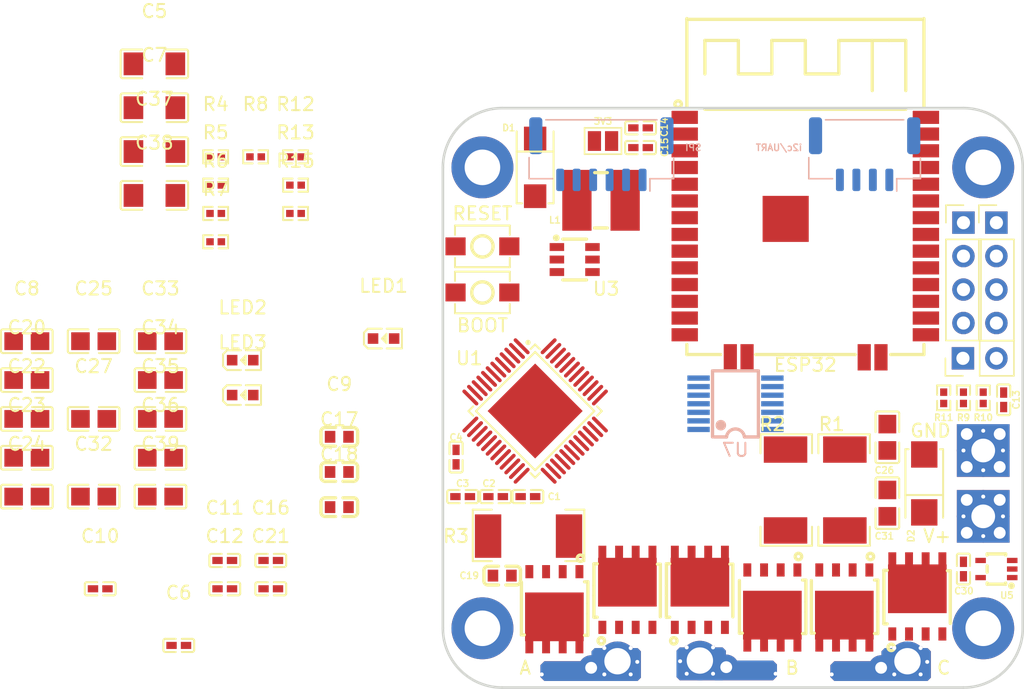
<source format=kicad_pcb>
(kicad_pcb (version 20240108) (generator "pcbnew") (generator_version "8.0")
  (layers (0 "F.Cu" signal) (31 "B.Cu" signal) (34 "B.Paste" user) (35 "F.Paste" user) (36 "B.SilkS" user "B.Silkscreen") (37 "F.SilkS" user "F.Silkscreen") (38 "B.Mask" user) (39 "F.Mask" user) (44 "Edge.Cuts" user))
  (net 0 "")
  (net 1 "/SLA")
  (net 2 "GND")
  (net 3 "/SLB")
  (net 4 "/SLC")
  (net 5 "Net-(U1-AVDD)")
  (net 6 "VCC")
  (net 7 "Net-(U1-VCP_LSD)")
  (net 8 "Net-(U1-VCPH)")
  (net 9 "Net-(U1-CP2H)")
  (net 10 "Net-(U1-CP2L)")
  (net 11 "Net-(U1-CP1L)")
  (net 12 "Net-(U1-CP1H)")
  (net 13 "Net-(U1-DVDD)")
  (net 14 "3V3A")
  (net 15 "Vbus IO33")
  (net 16 "RESET EN")
  (net 17 "3V3")
  (net 18 "Net-(U3-CB)")
  (net 19 "Net-(D1-K)")
  (net 20 "IO21")
  (net 21 "IO22")
  (net 22 "BOOT IO0")
  (net 23 "TX0")
  (net 24 "RX0")
  (net 25 "EXTCS IO12")
  (net 26 "Net-(LED1-K)")
  (net 27 "Net-(LED2-A)")
  (net 28 "IO 15")
  (net 29 "Net-(LED3-K)")
  (net 30 "/PA")
  (net 31 "/PB")
  (net 32 "/PC")
  (net 33 "/GHA")
  (net 34 "/GLA")
  (net 35 "/GHB")
  (net 36 "/GLB")
  (net 37 "/GHC")
  (net 38 "/GLC")
  (net 39 "nFault IO4")
  (net 40 "Net-(U1-VDRAIN)")
  (net 41 "Net-(U3-FB)")
  (net 42 "SDO MISO19")
  (net 43 "INLx IO14")
  (net 45 "INHB IO26")
  (net 46 "EN I02")
  (net 47 "SDI MOSI23")
  (net 48 "SO1 IO34")
  (net 49 "SCLK IO18")
  (net 50 "INHC IO25")
  (net 51 "SO2 IO35")
  (net 52 "SO3 IO36")
  (net 53 "INHA IO27")
  (net 54 "NSCS SS05")
  (net 56 "Z IO15")
  (net 57 "ENCCS IO16")
  (net 58 "B IO33")
  (net 59 "EN IO2")
  (net 60 "Vtemp IO39")
  (net 63 "IO15")
  (net 64 "A IO32")
  (footprint "0402B102K500NT:0402B102K500NT" (layer "F.Cu") (at 159 101.5)
    (property "Reference" "C3" (at 0 -1 0) (layer "F.SilkS") (effects (font (size 0.5 0.5) (thickness 0.1) (bold yes))))
    (property "Value" "1nF" (hide yes))
    (pad "1" smd rect (at -0.55 0) (size 0.79 0.54) (layers "F.Cu" "F.Paste" "F.Mask") (net 2 "GND"))
    (pad "2" smd rect (at 0.55 0) (size 0.79 0.54) (layers "F.Cu" "F.Paste" "F.Mask") (net 4 "/SLC"))
  )
  (footprint "GRM21BR61H106KE43L:GRM21BR61H106KE43L" (layer "F.Cu") (at 136.07 95.6)
    (property "Reference" "C35" (at 0 -4 0) (layer "F.SilkS"))
    (property "Value" "10uF" (hide yes))
    (pad "1" smd rect (at -1 0) (size 1.41 1.35) (layers "F.Cu" "F.Paste" "F.Mask") (net 6 "VCC"))
    (pad "2" smd rect (at 1 0) (size 1.41 1.35) (layers "F.Cu" "F.Paste" "F.Mask") (net 2 "GND"))
  )
  (footprint "TPH4R008NH,L1Q(M:TPH4R008NH,L1Q(M" (layer "F.Cu") (at 171.5 108.63)
    (property "Reference" "Q2" (hide yes))
    (property "Value" "TPH4R008NH" (hide yes))
    (pad "1" smd rect (at -1.9 2.8 180) (size 0.6 1) (layers "F.Cu" "F.Paste" "F.Mask") (net 1 "/SLA"))
    (pad "2" smd rect (at -0.63 2.8 180) (size 0.6 1) (layers "F.Cu" "F.Paste" "F.Mask") (net 1 "/SLA"))
    (pad "3" smd rect (at 0.63 2.8 180) (size 0.6 1) (layers "F.Cu" "F.Paste" "F.Mask") (net 1 "/SLA"))
    (pad "4" smd rect (at 1.9 2.8 180) (size 0.6 1) (layers "F.Cu" "F.Paste" "F.Mask") (net 34 "/GLA"))
    (pad "5" smd rect (at 1.9 -2.8 180) (size 0.6 1.2) (layers "F.Cu" "F.Paste" "F.Mask") (net 30 "/PA"))
    (pad "6" smd rect (at 0.63 -2.8 180) (size 0.6 1.2) (layers "F.Cu" "F.Paste" "F.Mask") (net 30 "/PA"))
    (pad "7" smd rect (at -0.63 -2.8 180) (size 0.6 1.2) (layers "F.Cu" "F.Paste" "F.Mask") (net 30 "/PA"))
    (pad "8" smd rect (at -1.9 -2.8 180) (size 0.6 1.2) (layers "F.Cu" "F.Paste" "F.Mask") (net 30 "/PA"))
    (pad "9" smd rect (at 0 -0.63 180) (size 4.45 3.7) (layers "F.Cu" "F.Paste" "F.Mask") (net 30 "/PA"))
  )
  (footprint "GRM21BR61H106KE43L:GRM21BR61H106KE43L" (layer "F.Cu") (at 131 101.5)
    (property "Reference" "C32" (at 0 -4 0) (layer "F.SilkS"))
    (property "Value" "10uF" (hide yes))
    (pad "1" smd rect (at -1 0) (size 1.41 1.35) (layers "F.Cu" "F.Paste" "F.Mask") (net 6 "VCC"))
    (pad "2" smd rect (at 1 0) (size 1.41 1.35) (layers "F.Cu" "F.Paste" "F.Mask") (net 2 "GND"))
  )
  (footprint "0402WGF1002TCE:0402WGF1002TCE" (layer "F.Cu") (at 140.26 77.85)
    (property "Reference" "R5" (at 0 -4 0) (layer "F.SilkS"))
    (property "Value" "10k" (hide yes))
    (pad "1" smd rect (at -0.43 0) (size 0.57 0.54) (layers "F.Cu" "F.Paste" "F.Mask") (net 14 "3V3A"))
    (pad "2" smd rect (at 0.43 0) (size 0.57 0.54) (layers "F.Cu" "F.Paste" "F.Mask") (net 39 "nFault IO4"))
  )
  (footprint "CL05A105KA5NQNC:CL05A105KA5NQNC" (layer "F.Cu") (at 137.46 112.8)
    (property "Reference" "C6" (at 0 -4 0) (layer "F.SilkS"))
    (property "Value" "1uF" (hide yes))
    (pad "1" smd rect (at -0.55 0) (size 0.79 0.54) (layers "F.Cu" "F.Paste" "F.Mask") (net 7 "Net-(U1-VCP_LSD)"))
    (pad "2" smd rect (at 0.55 0) (size 0.79 0.54) (layers "F.Cu" "F.Paste" "F.Mask") (net 2 "GND"))
  )
  (footprint "19-213:19-213" (layer "F.Cu") (at 142.31 93.79)
    (property "Reference" "LED3" (at 0 -4 0) (layer "F.SilkS"))
    (property "Value" "Yellow")
    (pad "1" smd rect (at -0.8 0 90) (size 0.8 0.8) (layers "F.Cu" "F.Paste" "F.Mask") (net 29 "Net-(LED3-K)"))
    (pad "2" smd rect (at 0.8 0 90) (size 0.8 0.8) (layers "F.Cu" "F.Paste" "F.Mask") (net 28 "IO 15"))
  )
  (footprint "GRM21BR61H106KE43L:GRM21BR61H106KE43L" (layer "F.Cu") (at 131 95.6)
    (property "Reference" "C27" (at 0 -4 0) (layer "F.SilkS"))
    (property "Value" "10uF" (hide yes))
    (pad "1" smd rect (at -1 0) (size 1.41 1.35) (layers "F.Cu" "F.Paste" "F.Mask") (net 6 "VCC"))
    (pad "2" smd rect (at 1 0) (size 1.41 1.35) (layers "F.Cu" "F.Paste" "F.Mask") (net 2 "GND"))
  )
  (footprint "GRM21BR61H106KE43L:GRM21BR61H106KE43L" (layer "F.Cu") (at 191.226527 96.994485 90)
    (property "Reference" "C26" (at -2.505515 -0.226527 180) (layer "F.SilkS") (effects (font (size 0.5 0.5) (thickness 0.1) (bold yes))))
    (property "Value" "10uF" (hide yes))
    (pad "1" smd rect (at -1 0 90) (size 1.41 1.35) (layers "F.Cu" "F.Paste" "F.Mask") (net 6 "VCC"))
    (pad "2" smd rect (at 1 0 90) (size 1.41 1.35) (layers "F.Cu" "F.Paste" "F.Mask") (net 2 "GND"))
  )
  (footprint "GRM21BR61H106KE43L:GRM21BR61H106KE43L" (layer "F.Cu") (at 125.93 98.55)
    (property "Reference" "C23" (at 0 -4 0) (layer "F.SilkS"))
    (property "Value" "10uF" (hide yes))
    (pad "1" smd rect (at -1 0) (size 1.41 1.35) (layers "F.Cu" "F.Paste" "F.Mask") (net 6 "VCC"))
    (pad "2" smd rect (at 1 0) (size 1.41 1.35) (layers "F.Cu" "F.Paste" "F.Mask") (net 2 "GND"))
  )
  (footprint "TPH4R008NH,L1Q(M:TPH4R008NH,L1Q(M" (layer "F.Cu") (at 193.5 109.13)
    (property "Reference" "Q6" (hide yes))
    (property "Value" "TPH4R008NH" (hide yes))
    (pad "1" smd rect (at -1.9 2.8 180) (size 0.6 1) (layers "F.Cu" "F.Paste" "F.Mask") (net 4 "/SLC"))
    (pad "2" smd rect (at -0.63 2.8 180) (size 0.6 1) (layers "F.Cu" "F.Paste" "F.Mask") (net 4 "/SLC"))
    (pad "3" smd rect (at 0.63 2.8 180) (size 0.6 1) (layers "F.Cu" "F.Paste" "F.Mask") (net 4 "/SLC"))
    (pad "4" smd rect (at 1.9 2.8 180) (size 0.6 1) (layers "F.Cu" "F.Paste" "F.Mask") (net 38 "/GLC"))
    (pad "5" smd rect (at 1.9 -2.8 180) (size 0.6 1.2) (layers "F.Cu" "F.Paste" "F.Mask") (net 32 "/PC"))
    (pad "6" smd rect (at 0.63 -2.8 180) (size 0.6 1.2) (layers "F.Cu" "F.Paste" "F.Mask") (net 32 "/PC"))
    (pad "7" smd rect (at -0.63 -2.8 180) (size 0.6 1.2) (layers "F.Cu" "F.Paste" "F.Mask") (net 32 "/PC"))
    (pad "8" smd rect (at -1.9 -2.8 180) (size 0.6 1.2) (layers "F.Cu" "F.Paste" "F.Mask") (net 32 "/PC"))
    (pad "9" smd rect (at 0 -0.63 180) (size 4.45 3.7) (layers "F.Cu" "F.Paste" "F.Mask") (net 32 "/PC"))
  )
  (footprint "" (layer "F.Cu") (at 198.5 111.5)
    (property "Reference" "" (at 0 0 0) (layer "F.SilkS") (effects (font (size 1.27 1.27))))
    (property "Value" "")
    (pad "1" thru_hole circle (at 0 0) (size 4.7 4.7) (drill 2.7) (layers "*.Cu" "*.Mask"))
  )
  (footprint "KT-0603R:KT-0603R" (layer "F.Cu") (at 153 89.5)
    (property "Reference" "LED1" (at 0 -4 0) (layer "F.SilkS"))
    (property "Value" "Red")
    (pad "1" smd rect (at -0.8 0 90) (size 0.8 0.8) (layers "F.Cu" "F.Paste" "F.Mask") (net 26 "Net-(LED1-K)"))
    (pad "2" smd rect (at 0.8 0 90) (size 0.8 0.8) (layers "F.Cu" "F.Paste" "F.Mask") (net 14 "3V3A"))
  )
  (footprint "LMR14010ADDCR:LMR14010ADDCR" (layer "F.Cu") (at 167.5 83.5 180)
    (property "Reference" "U3" (at -2.385 -2.22 180) (layer "F.SilkS"))
    (property "Value" "LMR14010ADDCR" (hide yes))
    (pad "1" smd rect (at 1.35 0.95 180) (size 1.1 0.6) (layers "F.Cu" "F.Paste" "F.Mask") (net 18 "Net-(U3-CB)"))
    (pad "2" smd rect (at 1.35 0 180) (size 1.1 0.6) (layers "F.Cu" "F.Paste" "F.Mask") (net 2 "GND"))
    (pad "3" smd rect (at 1.35 -0.95 180) (size 1.1 0.6) (layers "F.Cu" "F.Paste" "F.Mask") (net 41 "Net-(U3-FB)"))
    (pad "4" smd rect (at -1.35 -0.95 180) (size 1.1 0.6) (layers "F.Cu" "F.Paste" "F.Mask") (net 6 "VCC"))
    (pad "5" smd rect (at -1.35 0 180) (size 1.1 0.6) (layers "F.Cu" "F.Paste" "F.Mask") (net 6 "VCC"))
    (pad "6" smd rect (at -1.35 0.95 180) (size 1.1 0.6) (layers "F.Cu" "F.Paste" "F.Mask") (net 19 "Net-(D1-K)"))
  )
  (footprint "GRM21BR61H106KE43L:GRM21BR61H106KE43L" (layer "F.Cu") (at 131 89.7)
    (property "Reference" "C25" (at 0 -4 0) (layer "F.SilkS"))
    (property "Value" "10uF" (hide yes))
    (pad "1" smd rect (at -1 0) (size 1.41 1.35) (layers "F.Cu" "F.Paste" "F.Mask") (net 6 "VCC"))
    (pad "2" smd rect (at 1 0) (size 1.41 1.35) (layers "F.Cu" "F.Paste" "F.Mask") (net 2 "GND"))
  )
  (footprint "CL05A105KA5NQNC:CL05A105KA5NQNC" (layer "F.Cu") (at 158.5 98.5 90)
    (property "Reference" "C4" (at 1.5 0 0) (layer "F.SilkS") (effects (font (size 0.5 0.5) (thickness 0.1) (bold yes))))
    (property "Value" "1uF" (hide yes))
    (pad "1" smd rect (at -0.55 0 90) (size 0.79 0.54) (layers "F.Cu" "F.Paste" "F.Mask") (net 2 "GND"))
    (pad "2" smd rect (at 0.55 0 90) (size 0.79 0.54) (layers "F.Cu" "F.Paste" "F.Mask") (net 5 "Net-(U1-AVDD)"))
  )
  (footprint "CL05B104KO5NNNC:CL05B104KO5NNNC" (layer "F.Cu") (at 140.95 108.5)
    (property "Reference" "C12" (at 0 -4 0) (layer "F.SilkS"))
    (property "Value" "100nF" (hide yes))
    (pad "1" smd rect (at -0.55 0) (size 0.79 0.54) (layers "F.Cu" "F.Paste" "F.Mask") (net 2 "GND"))
    (pad "2" smd rect (at 0.55 0) (size 0.79 0.54) (layers "F.Cu" "F.Paste" "F.Mask") (net 14 "3V3A"))
  )
  (footprint "CL10A226MQ8NRNC:CL10A226MQ8NRNC" (layer "F.Cu") (at 149.64 99.63)
    (property "Reference" "C17" (at 0 -4 0) (layer "F.SilkS"))
    (property "Value" "22uF" (hide yes))
    (pad "1" smd rect (at -0.7 0) (size 0.8 0.9) (layers "F.Cu" "F.Paste" "F.Mask") (net 17 "3V3"))
    (pad "2" smd rect (at 0.7 0) (size 0.8 0.9) (layers "F.Cu" "F.Paste" "F.Mask") (net 2 "GND"))
  )
  (footprint "RC0402FR-07110KL:RC0402FR-07110KL" (layer "F.Cu") (at 146.32 75.7)
    (property "Reference" "R12" (at 0 -4 0) (layer "F.SilkS"))
    (property "Value" "110k" (hide yes))
    (pad "1" smd rect (at -0.43 0) (size 0.57 0.54) (layers "F.Cu" "F.Paste" "F.Mask") (net 41 "Net-(U3-FB)"))
    (pad "2" smd rect (at 0.43 0) (size 0.57 0.54) (layers "F.Cu" "F.Paste" "F.Mask") (net 17 "3V3"))
  )
  (footprint "CL10A105KB8NNNC:CL10A105KB8NNNC" (layer "F.Cu") (at 162 107.5)
    (property "Reference" "C19" (hide yes))
    (property "Value" "1uF" (hide yes))
    (fp_text user "${REFERENCE}" (at -2.5 0 0) (layer "F.SilkS") (effects (font (size 0.5 0.5) (thickness 0.1) (bold yes))))
    (pad "1" smd rect (at -0.7 0) (size 0.8 0.9) (layers "F.Cu" "F.Paste" "F.Mask") (net 2 "GND"))
    (pad "2" smd rect (at 0.7 0) (size 0.8 0.9) (layers "F.Cu" "F.Paste" "F.Mask") (net 6 "VCC"))
  )
  (footprint "19-217:19-217" (layer "F.Cu") (at 142.31 91.14)
    (property "Reference" "LED2" (at 0 -4 0) (layer "F.SilkS"))
    (property "Value" "Blue")
    (pad "1" smd rect (at -0.8 0 90) (size 0.8 0.8) (layers "F.Cu" "F.Paste" "F.Mask") (net 2 "GND"))
    (pad "2" smd rect (at 0.8 0 90) (size 0.8 0.8) (layers "F.Cu" "F.Paste" "F.Mask") (net 27 "Net-(LED2-A)"))
  )
  (footprint "0402WGF2201TCE:0402WGF2201TCE" (layer "F.Cu") (at 146.32 80)
    (property "Reference" "R15" (at 0 -4 0) (layer "F.SilkS"))
    (property "Value" "2k2" (hide yes))
    (pad "1" smd rect (at -0.43 0) (size 0.57 0.54) (layers "F.Cu" "F.Paste" "F.Mask") (net 6 "VCC"))
    (pad "2" smd rect (at 0.43 0) (size 0.57 0.54) (layers "F.Cu" "F.Paste" "F.Mask") (net 27 "Net-(LED2-A)"))
  )
  (footprint "GRM21BR61H106KE43L:GRM21BR61H106KE43L" (layer "F.Cu") (at 136.07 92.65)
    (property "Reference" "C34" (at 0 -4 0) (layer "F.SilkS"))
    (property "Value" "10uF" (hide yes))
    (pad "1" smd rect (at -1 0) (size 1.41 1.35) (layers "F.Cu" "F.Paste" "F.Mask") (net 6 "VCC"))
    (pad "2" smd rect (at 1 0) (size 1.41 1.35) (layers "F.Cu" "F.Paste" "F.Mask") (net 2 "GND"))
  )
  (footprint "TPH4R008NH,L1Q(M:TPH4R008NH,L1Q(M" (layer "F.Cu") (at 165.96 110 180)
    (property "Reference" "Q1" (hide yes))
    (property "Value" "TPH4R008NH" (hide yes))
    (pad "1" smd rect (at -1.9 2.8) (size 0.6 1) (layers "F.Cu" "F.Paste" "F.Mask") (net 30 "/PA"))
    (pad "2" smd rect (at -0.63 2.8) (size 0.6 1) (layers "F.Cu" "F.Paste" "F.Mask") (net 30 "/PA"))
    (pad "3" smd rect (at 0.63 2.8) (size 0.6 1) (layers "F.Cu" "F.Paste" "F.Mask") (net 30 "/PA"))
    (pad "4" smd rect (at 1.9 2.8) (size 0.6 1) (layers "F.Cu" "F.Paste" "F.Mask") (net 33 "/GHA"))
    (pad "5" smd rect (at 1.9 -2.8) (size 0.6 1.2) (layers "F.Cu" "F.Paste" "F.Mask") (net 6 "VCC"))
    (pad "6" smd rect (at 0.63 -2.8) (size 0.6 1.2) (layers "F.Cu" "F.Paste" "F.Mask") (net 6 "VCC"))
    (pad "7" smd rect (at -0.63 -2.8) (size 0.6 1.2) (layers "F.Cu" "F.Paste" "F.Mask") (net 6 "VCC"))
    (pad "8" smd rect (at -1.9 -2.8) (size 0.6 1.2) (layers "F.Cu" "F.Paste" "F.Mask") (net 6 "VCC"))
    (pad "9" smd rect (at 0 -0.63) (size 4.45 3.7) (layers "F.Cu" "F.Paste" "F.Mask") (net 6 "VCC"))
  )
  (footprint "" (layer "F.Cu") (at 160.5 76.5)
    (property "Reference" "" (at 0 0 0) (layer "F.SilkS") (effects (font (size 1.27 1.27))))
    (property "Value" "")
    (pad "1" thru_hole circle (at 0 0) (size 4.7 4.7) (drill 2.7) (layers "*.Cu" "*.Mask"))
  )
  (footprint "GRM21BR61H106KE43L:GRM21BR61H106KE43L" (layer "F.Cu") (at 125.93 92.65)
    (property "Reference" "C20" (at 0 -4 0) (layer "F.SilkS"))
    (property "Value" "10uF" (hide yes))
    (pad "1" smd rect (at -1 0) (size 1.41 1.35) (layers "F.Cu" "F.Paste" "F.Mask") (net 6 "VCC"))
    (pad "2" smd rect (at 1 0) (size 1.41 1.35) (layers "F.Cu" "F.Paste" "F.Mask") (net 2 "GND"))
  )
  (footprint "0402WGF1002TCE:0402WGF1002TCE" (layer "F.Cu") (at 195.5 94 -90)
    (property "Reference" "R11" (at 1.5 0 180) (layer "F.SilkS") (effects (font (size 0.5 0.5) (thickness 0.1) (bold yes))))
    (property "Value" "10k" (hide yes))
    (pad "1" smd rect (at -0.43 0 270) (size 0.57 0.54) (layers "F.Cu" "F.Paste" "F.Mask") (net 22 "BOOT IO0"))
    (pad "2" smd rect (at 0.43 0 270) (size 0.57 0.54) (layers "F.Cu" "F.Paste" "F.Mask") (net 14 "3V3A"))
  )
  (footprint "DRV8305NQPHPRQ1:DRV8305NQPHPRQ1" (layer "F.Cu") (at 164.5 95 -135)
    (property "Reference" "U1" (at 0.707107 6.363961 0) (layer "F.SilkS"))
    (property "Value" "DRV8305NQPHPRQ1" (hide yes))
    (pad "1" smd oval (at -2.75 4.2 225) (size 0.28 1.6) (layers "F.Cu" "F.Paste" "F.Mask") (net 46 "EN I02"))
    (pad "2" smd oval (at -2.25 4.2 225) (size 0.28 1.6) (layers "F.Cu" "F.Paste" "F.Mask") (net 53 "INHA IO27"))
    (pad "3" smd oval (at -1.749999 4.2 225) (size 0.28 1.6) (layers "F.Cu" "F.Paste" "F.Mask") (net 43 "INLx IO14"))
    (pad "4" smd oval (at -1.25 4.2 225) (size 0.28 1.6) (layers "F.Cu" "F.Paste" "F.Mask") (net 45 "INHB IO26"))
    (pad "5" smd oval (at -0.750001 4.2 225) (size 0.28 1.6) (layers "F.Cu" "F.Paste" "F.Mask") (net 43 "INLx IO14"))
    (pad "6" smd oval (at -0.25 4.2 225) (size 0.28 1.6) (layers "F.Cu" "F.Paste" "F.Mask") (net 50 "INHC IO25"))
    (pad "7" smd oval (at 0.25 4.2 225) (size 0.28 1.6) (layers "F.Cu" "F.Paste" "F.Mask") (net 43 "INLx IO14"))
    (pad "8" smd oval (at 0.750001 4.2 225) (size 0.28 1.6) (layers "F.Cu" "F.Paste" "F.Mask") (net 39 "nFault IO4"))
    (pad "9" smd oval (at 1.25 4.2 225) (size 0.28 1.6) (layers "F.Cu" "F.Paste" "F.Mask") (net 54 "NSCS SS05"))
    (pad "10" smd oval (at 1.749999 4.2 225) (size 0.28 1.6) (layers "F.Cu" "F.Paste" "F.Mask") (net 47 "SDI MOSI23"))
    (pad "11" smd oval (at 2.25 4.2 225) (size 0.28 1.6) (layers "F.Cu" "F.Paste" "F.Mask") (net 42 "SDO MISO19"))
    (pad "12" smd oval (at 2.75 4.2 225) (size 0.28 1.6) (layers "F.Cu" "F.Paste" "F.Mask") (net 49 "SCLK IO18"))
    (pad "13" smd oval (at 4.2 2.75 225) (size 1.6 0.28) (layers "F.Cu" "F.Paste" "F.Mask"))
    (pad "14" smd oval (at 4.2 2.25 225) (size 1.6 0.28) (layers "F.Cu" "F.Paste" "F.Mask") (net 2 "GND"))
    (pad "15" smd oval (at 4.2 1.749999 225) (size 1.6 0.28) (layers "F.Cu" "F.Paste" "F.Mask") (net 5 "Net-(U1-AVDD)"))
    (pad "16" smd oval (at 4.2 1.25 225) (size 1.6 0.28) (layers "F.Cu" "F.Paste" "F.Mask") (net 48 "SO1 IO34"))
    (pad "17" smd oval (at 4.2 0.750001 225) (size 1.6 0.28) (layers "F.Cu" "F.Paste" "F.Mask") (net 51 "SO2 IO35"))
    (pad "18" smd oval (at 4.2 0.25 225) (size 1.6 0.28) (layers "F.Cu" "F.Paste" "F.Mask") (net 52 "SO3 IO36"))
    (pad "19" smd oval (at 4.2 -0.25 225) (size 1.6 0.28) (layers "F.Cu" "F.Paste" "F.Mask") (net 4 "/SLC"))
    (pad "20" smd oval (at 4.2 -0.750001 225) (size 1.6 0.28) (layers "F.Cu" "F.Paste" "F.Mask") (net 2 "GND"))
    (pad "21" smd oval (at 4.2 -1.25 225) (size 1.6 0.28) (layers "F.Cu" "F.Paste" "F.Mask") (net 3 "/SLB"))
    (pad "22" smd oval (at 4.2 -1.749999 225) (size 1.6 0.28) (layers "F.Cu" "F.Paste" "F.Mask") (net 2 "GND"))
    (pad "23" smd oval (at 4.2 -2.25 225) (size 1.6 0.28) (layers "F.Cu" "F.Paste" "F.Mask") (net 1 "/SLA"))
    (pad "24" smd oval (at 4.2 -2.75 225) (size 1.6 0.28) (layers "F.Cu" "F.Paste" "F.Mask") (net 2 "GND"))
    (pad "25" smd oval (at 2.75 -4.2 225) (size 0.28 1.6) (layers "F.Cu" "F.Paste" "F.Mask") (net 38 "/GLC"))
    (pad "26" smd oval (at 2.25 -4.2 225) (size 0.28 1.6) (layers "F.Cu" "F.Paste" "F.Mask") (net 4 "/SLC"))
    (pad "27" smd oval (at 1.749999 -4.2 225) (size 0.28 1.6) (layers "F.Cu" "F.Paste" "F.Mask") (net 32 "/PC"))
    (pad "28" smd oval (at 1.25 -4.2 225) (size 0.28 1.6) (layers "F.Cu" "F.Paste" "F.Mask") (net 37 "/GHC"))
    (pad "29" smd oval (at 0.750001 -4.2 225) (size 0.28 1.6) (layers "F.Cu" "F.Paste" "F.Mask") (net 35 "/GHB"))
    (pad "30" smd oval (at 0.25 -4.2 225) (size 0.28 1.6) (layers "F.Cu" "F.Paste" "F.Mask") (net 31 "/PB"))
    (pad "31" smd oval (at -0.25 -4.2 225) (size 0.28 1.6) (layers "F.Cu" "F.Paste" "F.Mask") (net 3 "/SLB"))
    (pad "32" smd oval (at -0.750001 -4.2 225) (size 0.28 1.6) (layers "F.Cu" "F.Paste" "F.Mask") (net 36 "/GLB"))
    (pad "33" smd oval (at -1.25 -4.2 225) (size 0.28 1.6) (layers "F.Cu" "F.Paste" "F.Mask") (net 34 "/GLA"))
    (pad "34" smd oval (at -1.749999 -4.2 225) (size 0.28 1.6) (layers "F.Cu" "F.Paste" "F.Mask") (net 1 "/SLA"))
    (pad "35" smd oval (at -2.25 -4.2 225) (size 0.28 1.6) (layers "F.Cu" "F.Paste" "F.Mask") (net 30 "/PA"))
    (pad "36" smd oval (at -2.75 -4.2 225) (size 0.28 1.6) (layers "F.Cu" "F.Paste" "F.Mask") (net 33 "/GHA"))
    (pad "37" smd oval (at -4.2 -2.75 225) (size 1.6 0.28) (layers "F.Cu" "F.Paste" "F.Mask") (net 7 "Net-(U1-VCP_LSD)"))
    (pad "38" smd oval (at -4.2 -2.25 225) (size 1.6 0.28) (layers "F.Cu" "F.Paste" "F.Mask") (net 8 "Net-(U1-VCPH)"))
    (pad "39" smd oval (at -4.2 -1.749999 225) (size 1.6 0.28) (layers "F.Cu" "F.Paste" "F.Mask") (net 9 "Net-(U1-CP2H)"))
    (pad "40" smd oval (at -4.2 -1.25 225) (size 1.6 0.28) (layers "F.Cu" "F.Paste" "F.Mask") (net 10 "Net-(U1-CP2L)"))
    (pad "41" smd oval (at -4.2 -0.750001 225) (size 1.6 0.28) (layers "F.Cu" "F.Paste" "F.Mask") (net 6 "VCC"))
    (pad "42" smd oval (at -4.2 -0.25 225) (size 1.6 0.28) (layers "F.Cu" "F.Paste" "F.Mask") (net 11 "Net-(U1-CP1L)"))
    (pad "43" smd oval (at -4.2 0.25 225) (size 1.6 0.28) (layers "F.Cu" "F.Paste" "F.Mask") (net 12 "Net-(U1-CP1H)"))
    (pad "44" smd oval (at -4.2 0.750001 225) (size 1.6 0.28) (layers "F.Cu" "F.Paste" "F.Mask") (net 40 "Net-(U1-VDRAIN)"))
    (pad "45" smd oval (at -4.2 1.25 225) (size 1.6 0.28) (layers "F.Cu" "F.Paste" "F.Mask") (net 2 "GND"))
    (pad "46" smd oval (at -4.2 1.749999 225) (size 1.6 0.28) (layers "F.Cu" "F.Paste" "F.Mask") (net 13 "Net-(U1-DVDD)"))
    (pad "47" smd oval (at -4.2 2.25 225) (size 1.6 0.28) (layers "F.Cu" "F.Paste" "F.Mask"))
    (pad "48" smd oval (at -4.2 2.75 225) (size 1.6 0.28) (layers "F.Cu" "F.Paste" "F.Mask") (net 14 "3V3A"))
    (pad "49" smd rect (at 0 0 225) (size 5.1 5.1) (layers "F.Cu" "F.Paste" "F.Mask") (net 2 "GND"))
  )
  (footprint "Connector_PinHeader_2.54mm:PinHeader_1x04_P2.54mm_Vertical" (layer "F.Cu") (at 197 80.7)
    (property "Reference" "H2" (hide yes))
    (property "Value" "Programming UART" (hide yes))
    (pad "1" thru_hole rect (at 0 0) (size 1.7 1.7) (drill 1) (layers "*.Cu" "*.Mask") (net 22 "BOOT IO0"))
    (pad "2" thru_hole oval (at 0 2.54) (size 1.7 1.7) (drill 1) (layers "*.Cu" "*.Mask") (net 16 "RESET EN"))
    (pad "3" thru_hole oval (at 0 5.08) (size 1.7 1.7) (drill 1) (layers "*.Cu" "*.Mask") (net 24 "RX0"))
    (pad "4" thru_hole oval (at 0 7.62) (size 1.7 1.7) (drill 1) (layers "*.Cu" "*.Mask") (net 23 "TX0"))
  )
  (footprint "GRM21BR61H106KE43L:GRM21BR61H106KE43L" (layer "F.Cu") (at 136.07 98.55)
    (property "Reference" "C36" (at 0 -4 0) (layer "F.SilkS"))
    (property "Value" "10uF" (hide yes))
    (pad "1" smd rect (at -1 0) (size 1.41 1.35) (layers "F.Cu" "F.Paste" "F.Mask") (net 6 "VCC"))
    (pad "2" smd rect (at 1 0) (size 1.41 1.35) (layers "F.Cu" "F.Paste" "F.Mask") (net 2 "GND"))
  )
  (footprint "0402WGF1002TCE:0402WGF1002TCE" (layer "F.Cu") (at 140.26 80)
    (property "Reference" "R6" (at 0 -4 0) (layer "F.SilkS"))
    (property "Value" "10k" (hide yes))
    (pad "1" smd rect (at -0.43 0) (size 0.57 0.54) (layers "F.Cu" "F.Paste" "F.Mask") (net 14 "3V3A"))
    (pad "2" smd rect (at 0.43 0) (size 0.57 0.54) (layers "F.Cu" "F.Paste" "F.Mask") (net 16 "RESET EN"))
  )
  (footprint "SMA6J24A:SMA6J24A" (layer "F.Cu") (at 194.025909 100.5 90)
    (property "Reference" "D2" (at -3.985047 -1.003615 90) (layer "F.SilkS") (effects (font (size 0.5 0.5) (thickness 0.1) (bold yes))))
    (property "Value" "SMA6J24A-TR" (hide yes))
    (pad "1" smd rect (at -2.2 0 270) (size 2 2) (layers "F.Cu" "F.Paste" "F.Mask") (net 6 "VCC"))
    (pad "2" smd rect (at 2.2 0 270) (size 2 2) (layers "F.Cu" "F.Paste" "F.Mask") (net 2 "GND"))
  )
  (footprint "1206X106M500NT:1206X106M500NT" (layer "F.Cu") (at 135.61 75.3)
    (property "Reference" "C37" (at 0 -4 0) (layer "F.SilkS"))
    (property "Value" "10uF" (hide yes))
    (pad "1" smd rect (at -1.59 0) (size 1.49 1.73) (layers "F.Cu" "F.Paste" "F.Mask") (net 6 "VCC"))
    (pad "2" smd rect (at 1.59 0) (size 1.49 1.73) (layers "F.Cu" "F.Paste" "F.Mask") (net 2 "GND"))
  )
  (footprint "MountingHole:MountingHole_2.7mm_M2.5_DIN965_Pad" (layer "F.Cu") (at 160.5 111.5)
    (property "Reference" "REF**" (hide yes))
    (property "Value" "MountingHole_2.7mm_M2.5_DIN965_Pad" (hide yes))
    (pad "1" thru_hole circle (at 0 0) (size 4.7 4.7) (drill 2.7) (layers "*.Cu" "*.Mask"))
  )
  (footprint "TPH4R008NH,L1Q(M:TPH4R008NH,L1Q(M" (layer "F.Cu") (at 177 108.63)
    (property "Reference" "Q3" (hide yes))
    (property "Value" "TPH4R008NH" (hide yes))
    (pad "1" smd rect (at -1.9 2.8 180) (size 0.6 1) (layers "F.Cu" "F.Paste" "F.Mask") (net 31 "/PB"))
    (pad "2" smd rect (at -0.63 2.8 180) (size 0.6 1) (layers "F.Cu" "F.Paste" "F.Mask") (net 31 "/PB"))
    (pad "3" smd rect (at 0.63 2.8 180) (size 0.6 1) (layers "F.Cu" "F.Paste" "F.Mask") (net 31 "/PB"))
    (pad "4" smd rect (at 1.9 2.8 180) (size 0.6 1) (layers "F.Cu" "F.Paste" "F.Mask") (net 35 "/GHB"))
    (pad "5" smd rect (at 1.9 -2.8 180) (size 0.6 1.2) (layers "F.Cu" "F.Paste" "F.Mask") (net 6 "VCC"))
    (pad "6" smd rect (at 0.63 -2.8 180) (size 0.6 1.2) (layers "F.Cu" "F.Paste" "F.Mask") (net 6 "VCC"))
    (pad "7" smd rect (at -0.63 -2.8 180) (size 0.6 1.2) (layers "F.Cu" "F.Paste" "F.Mask") (net 6 "VCC"))
    (pad "8" smd rect (at -1.9 -2.8 180) (size 0.6 1.2) (layers "F.Cu" "F.Paste" "F.Mask") (net 6 "VCC"))
    (pad "9" smd rect (at 0 -0.63 180) (size 4.45 3.7) (layers "F.Cu" "F.Paste" "F.Mask") (net 6 "VCC"))
  )
  (footprint "1206X106M500NT:1206X106M500NT" (layer "F.Cu") (at 135.61 78.63)
    (property "Reference" "C38" (at 0 -4 0) (layer "F.SilkS"))
    (property "Value" "10uF" (hide yes))
    (pad "1" smd rect (at -1.59 0) (size 1.49 1.73) (layers "F.Cu" "F.Paste" "F.Mask") (net 6 "VCC"))
    (pad "2" smd rect (at 1.59 0) (size 1.49 1.73) (layers "F.Cu" "F.Paste" "F.Mask") (net 2 "GND"))
  )
  (footprint "CL05B104KO5NNNC:CL05B104KO5NNNC" (layer "F.Cu") (at 144.44 108.5)
    (property "Reference" "C21" (at 0 -4 0) (layer "F.SilkS"))
    (property "Value" "100nF" (hide yes))
    (pad "1" smd rect (at -0.55 0) (size 0.79 0.54) (layers "F.Cu" "F.Paste" "F.Mask") (net 19 "Net-(D1-K)"))
    (pad "2" smd rect (at 0.55 0) (size 0.79 0.54) (layers "F.Cu" "F.Paste" "F.Mask") (net 18 "Net-(U3-CB)"))
  )
  (footprint "BLDC_Connector:BLDC_Connector" (layer "F.Cu") (at 170.75 114.25)
    (property "Reference" "PA1" (hide yes))
    (property "Value" "A" (at -7 0.25 0) (layer "F.SilkS"))
    (pad "1" thru_hole roundrect (at -5.75 0.75) (size 5 1.5) (drill 0.3 (offset 2.4 -0.25)) (layers "*.Cu" "*.Mask") (roundrect_rratio 0) (chamfer_ratio 0.2) (chamfer top_left top_right bottom_left bottom_right) (net 30 "/PA"))
    (pad "1" thru_hole circle (at -2 0.25) (size 1.9 1.9) (drill 0.9) (layers "*.Cu" "*.Mask") (net 30 "/PA"))
    (pad "1" thru_hole circle (at -1 -1.25) (size 0.3 0.3) (drill 0.3) (layers "*.Cu" "*.Mask") (net 30 "/PA"))
    (pad "1" thru_hole circle (at -1 0.75) (size 0.3 0.3) (drill 0.3) (layers "*.Cu" "*.Mask") (net 30 "/PA"))
    (pad "1" thru_hole circle (at 0 -0.25) (size 3 3) (drill 2) (layers "*.Cu" "*.Mask") (net 30 "/PA"))
    (pad "1" thru_hole circle (at 1 -1.25) (size 0.3 0.3) (drill 0.3) (layers "*.Cu" "*.Mask") (net 30 "/PA"))
    (pad "1" thru_hole circle (at 1 0.75) (size 0.3 0.3) (drill 0.3) (layers "*.Cu" "*.Mask") (net 30 "/PA"))
    (pad "1" thru_hole roundrect (at 1.5 -0.2) (size 3.75 2.5) (drill 0.3 (offset -1.6 0.2)) (layers "*.Cu" "*.Mask") (roundrect_rratio 0) (chamfer_ratio 0.1) (chamfer top_left top_right bottom_left bottom_right) (net 30 "/PA"))
  )
  (footprint "TPH4R008NH,L1Q(M:TPH4R008NH,L1Q(M" (layer "F.Cu") (at 187.96 109.87 180)
    (property "Reference" "Q5" (hide yes))
    (property "Value" "TPH4R008NH" (hide yes))
    (pad "1" smd rect (at -1.9 2.8) (size 0.6 1) (layers "F.Cu" "F.Paste" "F.Mask") (net 32 "/PC"))
    (pad "2" smd rect (at -0.63 2.8) (size 0.6 1) (layers "F.Cu" "F.Paste" "F.Mask") (net 32 "/PC"))
    (pad "3" smd rect (at 0.63 2.8) (size 0.6 1) (layers "F.Cu" "F.Paste" "F.Mask") (net 32 "/PC"))
    (pad "4" smd rect (at 1.9 2.8) (size 0.6 1) (layers "F.Cu" "F.Paste" "F.Mask") (net 37 "/GHC"))
    (pad "5" smd rect (at 1.9 -2.8) (size 0.6 1.2) (layers "F.Cu" "F.Paste" "F.Mask") (net 6 "VCC"))
    (pad "6" smd rect (at 0.63 -2.8) (size 0.6 1.2) (layers "F.Cu" "F.Paste" "F.Mask") (net 6 "VCC"))
    (pad "7" smd rect (at -0.63 -2.8) (size 0.6 1.2) (layers "F.Cu" "F.Paste" "F.Mask") (net 6 "VCC"))
    (pad "8" smd rect (at -1.9 -2.8) (size 0.6 1.2) (layers "F.Cu" "F.Paste" "F.Mask") (net 6 "VCC"))
    (pad "9" smd rect (at 0 -0.63) (size 4.45 3.7) (layers "F.Cu" "F.Paste" "F.Mask") (net 6 "VCC"))
  )
  (footprint "0402B102K500NT:0402B102K500NT" (layer "F.Cu") (at 200.049611 94.15051 -90)
    (property "Reference" "C13" (at 0 -0.950389 90) (layer "F.SilkS") (effects (font (size 0.5 0.5) (thickness 0.1) (bold yes))))
    (property "Value" "1nF" (hide yes))
    (pad "1" smd rect (at -0.55 0 270) (size 0.79 0.54) (layers "F.Cu" "F.Paste" "F.Mask") (net 15 "Vbus IO33"))
    (pad "2" smd rect (at 0.55 0 270) (size 0.79 0.54) (layers "F.Cu" "F.Paste" "F.Mask") (net 2 "GND"))
  )
  (footprint "0402WGF3300TCE:0402WGF3300TCE" (layer "F.Cu") (at 140.26 75.7)
    (property "Reference" "R4" (at 0 -4 0) (layer "F.SilkS"))
    (property "Value" "330" (hide yes))
    (pad "1" smd rect (at -0.43 0) (size 0.57 0.54) (layers "F.Cu" "F.Paste" "F.Mask") (net 26 "Net-(LED1-K)"))
    (pad "2" smd rect (at 0.43 0) (size 0.57 0.54) (layers "F.Cu" "F.Paste" "F.Mask") (net 39 "nFault IO4"))
  )
  (footprint "0402WGF3302TCE:0402WGF3302TCE" (layer "F.Cu") (at 146.32 77.85)
    (property "Reference" "R13" (at 0 -4 0) (layer "F.SilkS"))
    (property "Value" "33k" (hide yes))
    (pad "1" smd rect (at -0.43 0) (size 0.57 0.54) (layers "F.Cu" "F.Paste" "F.Mask") (net 41 "Net-(U3-FB)"))
    (pad "2" smd rect (at 0.43 0) (size 0.57 0.54) (layers "F.Cu" "F.Paste" "F.Mask") (net 2 "GND"))
  )
  (footprint "Connector_PinHeader_2.54mm:PinHeader_1x04_P2.54mm_Vertical" (layer "F.Cu") (at 199.5 80.7)
    (property "Reference" "H3" (hide yes))
    (property "Value" "Extra Sources" (hide yes))
    (pad "1" thru_hole rect (at 0 0) (size 1.7 1.7) (drill 1) (layers "*.Cu" "*.Mask") (net 2 "GND"))
    (pad "2" thru_hole oval (at 0 2.54) (size 1.7 1.7) (drill 1) (layers "*.Cu" "*.Mask") (net 14 "3V3A"))
    (pad "3" thru_hole oval (at 0 5.08) (size 1.7 1.7) (drill 1) (layers "*.Cu" "*.Mask") (net 6 "VCC"))
    (pad "4" thru_hole oval (at 0 7.62) (size 1.7 1.7) (drill 1) (layers "*.Cu" "*.Mask") (net 25 "EXTCS IO12"))
  )
  (footprint "Jumper:SolderJumper-2_P1.3mm_Open_Pad1.0x1.5mm" (layer "F.Cu") (at 169.65 74.5)
    (property "Reference" "JP1" (hide yes))
    (property "Value" "3V3" (at 0 -1.5 0) (layer "F.SilkS") (effects (font (size 0.5 0.5) (thickness 0.1) (bold yes))))
    (pad "1" smd rect (at -0.65 0) (size 1 1.5) (layers "F.Cu" "F.Mask") (net 17 "3V3"))
    (pad "2" smd rect (at 0.65 0) (size 1 1.5) (layers "F.Cu" "F.Mask") (net 14 "3V3A"))
  )
  (footprint "CL05A105KA5NQNC:CL05A105KA5NQNC" (layer "F.Cu") (at 140.95 106.35)
    (property "Reference" "C11" (at 0 -4 0) (layer "F.SilkS"))
    (property "Value" "1uF" (hide yes))
    (pad "1" smd rect (at -0.55 0) (size 0.79 0.54) (layers "F.Cu" "F.Paste" "F.Mask") (net 14 "3V3A"))
    (pad "2" smd rect (at 0.55 0) (size 0.79 0.54) (layers "F.Cu" "F.Paste" "F.Mask") (net 2 "GND"))
  )
  (footprint "Power_Connector:Power_Connector" (layer "F.Cu") (at 198.5 98)
    (property "Reference" "P2" (hide yes))
    (property "Value" "GND" (at -4 -1.5 0) (layer "F.SilkS"))
    (pad "1" thru_hole circle (at -1.5 0) (size 1 1) (drill 0.3) (layers "*.Cu" "*.Mask") (net 2 "GND"))
    (pad "1" thru_hole circle (at -1.25 -1.25) (size 1 1) (drill 0.9) (layers "*.Cu" "*.Mask") (net 2 "GND"))
    (pad "1" thru_hole circle (at -1.25 1.25) (size 1 1) (drill 0.9) (layers "*.Cu" "*.Mask") (net 2 "GND"))
    (pad "1" thru_hole circle (at 0 -1.5) (size 1 1) (drill 0.3) (layers "*.Cu" "*.Mask") (net 2 "GND"))
    (pad "1" thru_hole rect (at 0 0) (size 4 4) (drill 1.8) (layers "*.Cu" "*.Mask") (net 2 "GND") (clearance 0.5))
    (pad "1" thru_hole circle (at 0 1.5) (size 1 1) (drill 0.3) (layers "*.Cu" "*.Mask") (net 2 "GND"))
    (pad "1" thru_hole circle (at 1.25 -1.25) (size 1 1) (drill 0.9) (layers "*.Cu" "*.Mask") (net 2 "GND"))
    (pad "1" thru_hole circle (at 1.25 1.25) (size 1 1) (drill 0.9) (layers "*.Cu" "*.Mask") (net 2 "GND"))
    (pad "1" thru_hole circle (at 1.5 0) (size 1 1) (drill 0.3) (layers "*.Cu" "*.Mask") (net 2 "GND"))
  )
  (footprint "B230A-13-F:B230A-13-F" (layer "F.Cu") (at 164.5 76.5 -90)
    (property "Reference" "D1" (at -3 2 0) (layer "F.SilkS") (effects (font (size 0.5 0.5) (thickness 0.1) (bold yes))))
    (property "Value" "SMA_L4.4-W2.6-LS5.0-RD" (hide yes))
    (pad "1" smd rect (at -2.19 0 270) (size 1.8 1.7) (layers "F.Cu" "F.Paste" "F.Mask") (net 19 "Net-(D1-K)"))
    (pad "2" smd rect (at 2.19 0 270) (size 1.8 1.7) (layers "F.Cu" "F.Paste" "F.Mask") (net 2 "GND"))
  )
  (footprint "Power_Connector:Power_Connector" (layer "F.Cu") (at 198.5 103)
    (property "Reference" "P1" (hide yes))
    (property "Value" "V+" (at -3.5 1.5 0) (layer "F.SilkS"))
    (pad "1" thru_hole circle (at -1.5 0) (size 1 1) (drill 0.3) (layers "*.Cu" "*.Mask") (net 6 "VCC"))
    (pad "1" thru_hole circle (at -1.25 -1.25) (size 1 1) (drill 0.9) (layers "*.Cu" "*.Mask") (net 6 "VCC"))
    (pad "1" thru_hole circle (at -1.25 1.25) (size 1 1) (drill 0.9) (layers "*.Cu" "*.Mask") (net 6 "VCC"))
    (pad "1" thru_hole circle (at 0 -1.5) (size 1 1) (drill 0.3) (layers "*.Cu" "*.Mask") (net 6 "VCC"))
    (pad "1" thru_hole rect (at 0 0) (size 4 4) (drill 1.8) (layers "*.Cu" "*.Mask") (net 6 "VCC") (clearance 0.5))
    (pad "1" thru_hole circle (at 0 1.5) (size 1 1) (drill 0.3) (layers "*.Cu" "*.Mask") (net 6 "VCC"))
    (pad "1" thru_hole circle (at 1.25 -1.25) (size 1 1) (drill 0.9) (layers "*.Cu" "*.Mask") (net 6 "VCC"))
    (pad "1" thru_hole circle (at 1.25 1.25) (size 1 1) (drill 0.9) (layers "*.Cu" "*.Mask") (net 6 "VCC"))
    (pad "1" thru_hole circle (at 1.5 0) (size 1 1) (drill 0.3) (layers "*.Cu" "*.Mask") (net 6 "VCC"))
  )
  (footprint "CUM2512-24FR002:CUM2512-24FR002" (layer "F.Cu") (at 164 104.5)
    (property "Reference" "R3" (at -5.5 0 0) (layer "F.SilkS"))
    (property "Value" "0.002" (hide yes))
    (pad "1" smd rect (at -3.07 0) (size 2 3.3) (layers "F.Cu" "F.Paste" "F.Mask") (net 4 "/SLC"))
    (pad "2" smd rect (at 3.07 0) (size 2 3.3) (layers "F.Cu" "F.Paste" "F.Mask") (net 2 "GND"))
  )
  (footprint "CL21B473KCFNNNE:CL21B473KCFNNNE" (layer "F.Cu") (at 125.93 89.7)
    (property "Reference" "C8" (at 0 -4 0) (layer "F.SilkS"))
    (property "Value" "47nF" (hide yes))
    (pad "1" smd rect (at -1 0) (size 1.41 1.35) (layers "F.Cu" "F.Paste" "F.Mask") (net 9 "Net-(U1-CP2H)"))
    (pad "2" smd rect (at 1 0) (size 1.41 1.35) (layers "F.Cu" "F.Paste" "F.Mask") (net 10 "Net-(U1-CP2L)"))
  )
  (footprint "BLDC_Connector:BLDC_Connector" (layer "F.Cu") (at 192.75 114.25)
    (property "Reference" "PC1" (hide yes))
    (property "Value" "C" (at 2.75 0.25 0) (layer "F.SilkS"))
    (pad "1" thru_hole roundrect (at -5.75 0.75) (size 5 1.5) (drill 0.3 (offset 2.4 -0.25)) (layers "*.Cu" "*.Mask") (roundrect_rratio 0) (chamfer_ratio 0.2) (chamfer top_left top_right bottom_left bottom_right) (net 32 "/PC"))
    (pad "1" thru_hole circle (at -2 0.25) (size 1.9 1.9) (drill 0.9) (layers "*.Cu" "*.Mask") (net 32 "/PC"))
    (pad "1" thru_hole circle (at -1 -1.25) (size 0.3 0.3) (drill 0.3) (layers "*.Cu" "*.Mask") (net 32 "/PC"))
    (pad "1" thru_hole circle (at -1 0.75) (size 0.3 0.3) (drill 0.3) (layers "*.Cu" "*.Mask") (net 32 "/PC"))
    (pad "1" thru_hole circle (at 0 -0.25) (size 3 3) (drill 2) (layers "*.Cu" "*.Mask") (net 32 "/PC"))
    (pad "1" thru_hole circle (at 1 -1.25) (size 0.3 0.3) (drill 0.3) (layers "*.Cu" "*.Mask") (net 32 "/PC"))
    (pad "1" thru_hole circle (at 1 0.75) (size 0.3 0.3) (drill 0.3) (layers "*.Cu" "*.Mask") (net 32 "/PC"))
    (pad "1" thru_hole roundrect (at 1.5 -0.2) (size 3.75 2.5) (drill 0.3 (offset -1.6 0.2)) (layers "*.Cu" "*.Mask") (roundrect_rratio 0) (chamfer_ratio 0.1) (chamfer top_left top_right bottom_left bottom_right) (net 32 "/PC"))
  )
  (footprint "CL10A106MA8NRNC:CL10A106MA8NRNC" (layer "F.Cu") (at 149.64 102.3)
    (property "Reference" "C18" (at 0 -4 0) (layer "F.SilkS"))
    (property "Value" "10uF" (hide yes))
    (pad "1" smd rect (at -0.7 0) (size 0.8 0.9) (layers "F.Cu" "F.Paste" "F.Mask") (net 17 "3V3"))
    (pad "2" smd rect (at 0.7 0) (size 0.8 0.9) (layers "F.Cu" "F.Paste" "F.Mask") (net 2 "GND"))
  )
  (footprint "TS342A2P-WZ:TS342A2P-WZ" (layer "F.Cu") (at 160.5 82.5)
    (property "Reference" "SW2" (hide yes))
    (property "Value" "RESET" (at 0 -2.5 0) (layer "F.SilkS"))
    (pad "1" smd rect (at -2.04 0) (size 1.53 1.36) (layers "F.Cu" "F.Paste" "F.Mask") (net 2 "GND"))
    (pad "2" smd rect (at 2.04 0) (size 1.53 1.36) (layers "F.Cu" "F.Paste" "F.Mask") (net 16 "RESET EN"))
  )
  (footprint "CL05B104KO5NNNC:CL05B104KO5NNNC" (layer "F.Cu") (at 197 107 90)
    (property "Reference" "C30" (at -1.66626 0.033556 180) (layer "F.SilkS") (effects (font (size 0.5 0.5) (thickness 0.1) (bold yes))))
    (property "Value" "100nF" (hide yes))
    (pad "1" smd rect (at -0.55 0 90) (size 0.79 0.54) (layers "F.Cu" "F.Paste" "F.Mask") (net 2 "GND"))
    (pad "2" smd rect (at 0.55 0 90) (size 0.79 0.54) (layers "F.Cu" "F.Paste" "F.Mask") (net 14 "3V3A"))
  )
  (footprint "0402WGF1000TCE:0402WGF1000TCE" (layer "F.Cu") (at 140.26 82.15)
    (property "Reference" "R7" (at 0 -4 0) (layer "F.SilkS"))
    (property "Value" "100" (hide yes))
    (pad "1" smd rect (at -0.43 0) (size 0.57 0.54) (layers "F.Cu" "F.Paste" "F.Mask") (net 6 "VCC"))
    (pad "2" smd rect (at 0.43 0) (size 0.57 0.54) (layers "F.Cu" "F.Paste" "F.Mask") (net 40 "Net-(U1-VDRAIN)"))
  )
  (footprint "CL05B104KO5NNNC:CL05B104KO5NNNC" (layer "F.Cu") (at 144.44 106.35)
    (property "Reference" "C16" (at 0 -4 0) (layer "F.SilkS"))
    (property "Value" "100nF" (hide yes))
    (pad "1" smd rect (at -0.55 0) (size 0.79 0.54) (layers "F.Cu" "F.Paste" "F.Mask") (net 16 "RESET EN"))
    (pad "2" smd rect (at 0.55 0) (size 0.79 0.54) (layers "F.Cu" "F.Paste" "F.Mask") (net 2 "GND"))
  )
  (footprint "CL05A106MQ5NUNC:CL05A106MQ5NUNC" (layer "F.Cu") (at 172.5 73.5)
    (property "Reference" "C14" (at 1.800106 -0.049232 90) (layer "F.SilkS") (effects (font (size 0.5 0.5) (thickness 0.1) (bold yes))))
    (property "Value" "10uF" (hide yes))
    (pad "1" smd rect (at -0.55 0) (size 0.79 0.54) (layers "F.Cu" "F.Paste" "F.Mask") (net 14 "3V3A"))
    (pad "2" smd rect (at 0.55 0) (size 0.79 0.54) (layers "F.Cu" "F.Paste" "F.Mask") (net 2 "GND"))
  )
  (footprint "TPH4R008NH,L1Q(M:TPH4R008NH,L1Q(M" (layer "F.Cu") (at 182.5 109.87 180)
    (property "Reference" "Q4" (hide yes))
    (property "Value" "TPH4R008NH" (hide yes))
    (pad "1" smd rect (at -1.9 2.8) (size 0.6 1) (layers "F.Cu" "F.Paste" "F.Mask") (net 3 "/SLB"))
    (pad "2" smd rect (at -0.63 2.8) (size 0.6 1) (layers "F.Cu" "F.Paste" "F.Mask") (net 3 "/SLB"))
    (pad "3" smd rect (at 0.63 2.8) (size 0.6 1) (layers "F.Cu" "F.Paste" "F.Mask") (net 3 "/SLB"))
    (pad "4" smd rect (at 1.9 2.8) (size 0.6 1) (layers "F.Cu" "F.Paste" "F.Mask") (net 36 "/GLB"))
    (pad "5" smd rect (at 1.9 -2.8) (size 0.6 1.2) (layers "F.Cu" "F.Paste" "F.Mask") (net 31 "/PB"))
    (pad "6" smd rect (at 0.63 -2.8) (size 0.6 1.2) (layers "F.Cu" "F.Paste" "F.Mask") (net 31 "/PB"))
    (pad "7" smd rect (at -0.63 -2.8) (size 0.6 1.2) (layers "F.Cu" "F.Paste" "F.Mask") (net 31 "/PB"))
    (pad "8" smd rect (at -1.9 -2.8) (size 0.6 1.2) (layers "F.Cu" "F.Paste" "F.Mask") (net 31 "/PB"))
    (pad "9" smd rect (at 0 -0.63) (size 4.45 3.7) (layers "F.Cu" "F.Paste" "F.Mask") (net 31 "/PB"))
  )
  (footprint "STLM20W87F:STLM20W87F" (layer "F.Cu") (at 199.5 107 90)
    (property "Reference" "U5" (at -2 0.795709 0) (layer "F.SilkS") (effects (font (size 0.5 0.5) (thickness 0.1) (bold yes))))
    (property "Value" "STLM20W87F" (hide yes))
    (pad "1" smd rect (at -0.65 1.2 90) (size 0.4 0.8) (layers "F.Cu" "F.Paste" "F.Mask"))
    (pad "2" smd rect (at 0 1.2 90) (size 0.4 0.8) (layers "F.Cu" "F.Paste" "F.Mask") (net 2 "GND"))
    (pad "3" smd rect (at 0.65 1.2 90) (size 0.4 0.8) (layers "F.Cu" "F.Paste" "F.Mask") (net 60 "Vtemp IO39"))
    (pad "4" smd rect (at 0.65 -1.2 90) (size 0.4 0.8) (layers "F.Cu" "F.Paste" "F.Mask") (net 14 "3V3A"))
    (pad "5" smd rect (at -0.65 -1.2 90) (size 0.4 0.8) (layers "F.Cu" "F.Paste" "F.Mask") (net 2 "GND"))
  )
  (footprint "0402B102K500NT:0402B102K500NT" (layer "F.Cu") (at 161.5 101.5)
    (property "Reference" "C2" (at -0.5 -1 0) (layer "F.SilkS") (effects (font (size 0.5 0.5) (thickness 0.1) (bold yes))))
    (property "Value" "1nF" (hide yes))
    (pad "1" smd rect (at -0.55 0) (size 0.79 0.54) (layers "F.Cu" "F.Paste" "F.Mask") (net 2 "GND"))
    (pad "2" smd rect (at 0.55 0) (size 0.79 0.54) (layers "F.Cu" "F.Paste" "F.Mask") (net 3 "/SLB"))
  )
  (footprint "" (layer "F.Cu") (at 198.5 76.5)
    (property "Reference" "" (at 0 0 0) (layer "F.SilkS") (effects (font (size 1.27 1.27))))
    (property "Value" "")
    (pad "1" thru_hole circle (at 0 0) (size 4.7 4.7) (drill 2.7) (layers "*.Cu" "*.Mask"))
  )
  (footprint "GRM21BR61H106KE43L:GRM21BR61H106KE43L" (layer "F.Cu") (at 136.07 101.5)
    (property "Reference" "C39" (at 0 -4 0) (layer "F.SilkS"))
    (property "Value" "10uF" (hide yes))
    (pad "1" smd rect (at -1 0) (size 1.41 1.35) (layers "F.Cu" "F.Paste" "F.Mask") (net 6 "VCC"))
    (pad "2" smd rect (at 1 0) (size 1.41 1.35) (layers "F.Cu" "F.Paste" "F.Mask") (net 2 "GND"))
  )
  (footprint "CL05A105KA5NQNC:CL05A105KA5NQNC" (layer "F.Cu") (at 131.5 108.5)
    (property "Reference" "C10" (at 0 -4 0) (layer "F.SilkS"))
    (property "Value" "1uF" (hide yes))
    (pad "1" smd rect (at -0.55 0) (size 0.79 0.54) (layers "F.Cu" "F.Paste" "F.Mask") (net 13 "Net-(U1-DVDD)"))
    (pad "2" smd rect (at 0.55 0) (size 0.79 0.54) (layers "F.Cu" "F.Paste" "F.Mask") (net 2 "GND"))
  )
  (footprint "CL10B473KB8NNNC:CL10B473KB8NNNC" (layer "F.Cu") (at 149.64 96.96)
    (property "Reference" "C9" (at 0 -4 0) (layer "F.SilkS"))
    (property "Value" "47nF" (hide yes))
    (pad "1" smd rect (at -0.7 0) (size 0.8 0.9) (layers "F.Cu" "F.Paste" "F.Mask") (net 11 "Net-(U1-CP1L)"))
    (pad "2" smd rect (at 0.7 0) (size 0.8 0.9) (layers "F.Cu" "F.Paste" "F.Mask") (net 12 "Net-(U1-CP1H)"))
  )
  (footprint "0402WGF3300TCE:0402WGF3300TCE" (layer "F.Cu") (at 143.29 75.7)
    (property "Reference" "R8" (at 0 -4 0) (layer "F.SilkS"))
    (property "Value" "330" (hide yes))
    (pad "1" smd rect (at -0.43 0) (size 0.57 0.54) (layers "F.Cu" "F.Paste" "F.Mask") (net 29 "Net-(LED3-K)"))
    (pad "2" smd rect (at 0.43 0) (size 0.57 0.54) (layers "F.Cu" "F.Paste" "F.Mask") (net 2 "GND"))
  )
  (footprint "CL31B225KBHNNNE:CL31B225KBHNNNE" (layer "F.Cu") (at 135.61 71.97)
    (property "Reference" "C7" (at 0 -4 0) (layer "F.SilkS"))
    (property "Value" "2.2uF" (hide yes))
    (pad "1" smd rect (at -1.59 0) (size 1.49 1.73) (layers "F.Cu" "F.Paste" "F.Mask") (net 8 "Net-(U1-VCPH)"))
    (pad "2" smd rect (at 1.59 0) (size 1.49 1.73) (layers "F.Cu" "F.Paste" "F.Mask") (net 6 "VCC"))
  )
  (footprint "GRM21BR61H106KE43L:GRM21BR61H106KE43L" (layer "F.Cu") (at 136.07 89.7)
    (property "Reference" "C33" (at 0 -4 0) (layer "F.SilkS"))
    (property "Value" "10uF" (hide yes))
    (pad "1" smd rect (at -1 0) (size 1.41 1.35) (layers "F.Cu" "F.Paste" "F.Mask") (net 6 "VCC"))
    (pad "2" smd rect (at 1 0) (size 1.41 1.35) (layers "F.Cu" "F.Paste" "F.Mask") (net 2 "GND"))
  )
  (footprint "GRM21BR61H106KE43L:GRM21BR61H106KE43L" (layer "F.Cu") (at 125.93 95.6)
    (property "Reference" "C22" (at 0 -4 0) (layer "F.SilkS"))
    (property "Value" "10uF" (hide yes))
    (pad "1" smd rect (at -1 0) (size 1.41 1.35) (layers "F.Cu" "F.Paste" "F.Mask") (net 6 "VCC"))
    (pad "2" smd rect (at 1 0) (size 1.41 1.35) (layers "F.Cu" "F.Paste" "F.Mask") (net 2 "GND"))
  )
  (footprint "0402B102K500NT:0402B102K500NT" (layer "F.Cu") (at 163.95 101.5)
    (property "Reference" "C1" (at 2 0 0) (layer "F.SilkS") (effects (font (size 0.5 0.5) (thickness 0.1) (bold yes))))
    (property "Value" "1nF" (hide yes))
    (pad "1" smd rect (at -0.55 0) (size 0.79 0.54) (layers "F.Cu" "F.Paste" "F.Mask") (net 2 "GND"))
    (pad "2" smd rect (at 0.55 0) (size 0.79 0.54) (layers "F.Cu" "F.Paste" "F.Mask") (net 1 "/SLA"))
  )
  (footprint "CUM2512-24FR002:CUM2512-24FR002" (layer "F.Cu") (at 183.5 101 -90)
    (property "Reference" "R2" (at -5 1 0) (layer "F.SilkS"))
    (property "Value" "0.002" (hide yes))
    (pad "1" smd rect (at -3.07 0 270) (size 2 3.3) (layers "F.Cu" "F.Paste" "F.Mask") (net 3 "/SLB"))
    (pad "2" smd rect (at 3.07 0 270) (size 2 3.3) (layers "F.Cu" "F.Paste" "F.Mask") (net 2 "GND"))
  )
  (footprint "TS342A2P-WZ:TS342A2P-WZ" (layer "F.Cu") (at 160.5 86)
    (property "Reference" "SW1" (hide yes))
    (property "Value" "BOOT" (at 0 2.5 0) (layer "F.SilkS"))
    (pad "1" smd rect (at -2.04 0) (size 1.53 1.36) (layers "F.Cu" "F.Paste" "F.Mask") (net 2 "GND"))
    (pad "2" smd rect (at 2.04 0) (size 1.53 1.36) (layers "F.Cu" "F.Paste" "F.Mask") (net 22 "BOOT IO0"))
  )
  (footprint "GRM21BR61H106KE43L:GRM21BR61H106KE43L" (layer "F.Cu") (at 125.93 101.5)
    (property "Reference" "C24" (at 0 -4 0) (layer "F.SilkS"))
    (property "Value" "10uF" (hide yes))
    (pad "1" smd rect (at -1 0) (size 1.41 1.35) (layers "F.Cu" "F.Paste" "F.Mask") (net 6 "VCC"))
    (pad "2" smd rect (at 1 0) (size 1.41 1.35) (layers "F.Cu" "F.Paste" "F.Mask") (net 2 "GND"))
  )
  (footprint "PIS3D18P-150M-T:PIS3D18P-150M-T" (layer "F.Cu") (at 169.5 79)
    (property "Reference" "L1" (at -3.5 1.5 0) (layer "F.SilkS") (effects (font (size 0.5 0.5) (thickness 0.1) (bold yes))))
    (property "Value" "15uH" (hide yes))
    (pad "1" smd rect (at 1.83 0) (size 2.22 4.62) (layers "F.Cu" "F.Paste" "F.Mask") (net 19 "Net-(D1-K)"))
    (pad "2" smd rect (at -1.83 0) (size 2.22 4.62) (layers "F.Cu" "F.Paste" "F.Mask") (net 17 "3V3"))
  )
  (footprint "Connector_PinHeader_2.54mm:PinHeader_1x02_P2.54mm_Vertical" (layer "F.Cu") (at 196.96 91 90)
    (property "Reference" "H1" (hide yes))
    (property "Value" "Extra GPIOs" (hide yes))
    (pad "1" thru_hole rect (at 0 0 90) (size 1.7 1.7) (drill 1) (layers "*.Cu" "*.Mask") (net 21 "IO22"))
    (pad "2" thru_hole oval (at 0 2.54 90) (size 1.7 1.7) (drill 1) (layers "*.Cu" "*.Mask") (net 20 "IO21"))
  )
  (footprint "0402WGF3302TCE:0402WGF3302TCE" (layer "F.Cu") (at 197 94 90)
    (property "Reference" "R9" (at -1.5 0 360) (layer "F.SilkS") (effects (font (size 0.5 0.5) (thickness 0.1) (bold yes))))
    (property "Value" "33k" (hide yes))
    (pad "1" smd rect (at -0.43 0 90) (size 0.57 0.54) (layers "F.Cu" "F.Paste" "F.Mask") (net 6 "VCC"))
    (pad "2" smd rect (at 0.43 0 90) (size 0.57 0.54) (layers "F.Cu" "F.Paste" "F.Mask") (net 15 "Vbus IO33"))
  )
  (footprint "0402WGF3301TCE:0402WGF3301TCE" (layer "F.Cu") (at 198.5 94 -90)
    (property "Reference" "R10" (at 1.5 0 180) (layer "F.SilkS") (effects (font (size 0.5 0.5) (thickness 0.1) (bold yes))))
    (property "Value" "3k3" (hide yes))
    (pad "1" smd rect (at -0.43 0 270) (size 0.57 0.54) (layers "F.Cu" "F.Paste" "F.Mask") (net 15 "Vbus IO33"))
    (pad "2" smd rect (at 0.43 0 270) (size 0.57 0.54) (layers "F.Cu" "F.Paste" "F.Mask") (net 2 "GND"))
  )
  (footprint "GRM21BR61H106KE43L:GRM21BR61H106KE43L" (layer "F.Cu") (at 191.226527 101.996276 90)
    (property "Reference" "C31" (at -2.503724 -0.226527 180) (layer "F.SilkS") (effects (font (size 0.5 0.5) (thickness 0.1) (bold yes))))
    (property "Value" "10uF" (hide yes))
    (pad "1" smd rect (at -1 0 90) (size 1.41 1.35) (layers "F.Cu" "F.Paste" "F.Mask") (net 6 "VCC"))
    (pad "2" smd rect (at 1 0 90) (size 1.41 1.35) (layers "F.Cu" "F.Paste" "F.Mask") (net 2 "GND"))
  )
  (footprint "ESP-WROOM-32E:ESP-WROOM-32E" (layer "F.Cu") (at 185 81.8125)
    (property "Reference" "U2" (hide yes))
    (property "Value" "ESP-WROOM-32E" (hide yes))
    (fp_text user "ESP32" (at 0 9.6875 0) (layer "F.SilkS"))
    (pad "1" smd rect (at -9.15 -9.11) (size 2 1) (layers "F.Cu" "F.Paste" "F.Mask") (net 2 "GND"))
    (pad "2" smd rect (at -9.15 -7.84) (size 2 1) (layers "F.Cu" "F.Paste" "F.Mask") (net 14 "3V3A"))
    (pad "3" smd rect (at -9.15 -6.57) (size 2 1) (layers "F.Cu" "F.Paste" "F.Mask") (net 16 "RESET EN"))
    (pad "4" smd rect (at -9.15 -5.3) (size 2 1) (layers "F.Cu" "F.Paste" "F.Mask") (net 52 "SO3 IO36"))
    (pad "5" smd rect (at -9.15 -4.03) (size 2 1) (layers "F.Cu" "F.Paste" "F.Mask") (net 60 "Vtemp IO39"))
    (pad "6" smd rect (at -9.15 -2.76) (size 2 1) (layers "F.Cu" "F.Paste" "F.Mask") (net 48 "SO1 IO34"))
    (pad "7" smd rect (at -9.15 -1.49) (size 2 1) (layers "F.Cu" "F.Paste" "F.Mask") (net 51 "SO2 IO35"))
    (pad "8" smd rect (at -9.15 -0.22) (size 2 1) (layers "F.Cu" "F.Paste" "F.Mask") (net 64 "A IO32"))
    (pad "9" smd rect (at -9.15 1.05) (size 2 1) (layers "F.Cu" "F.Paste" "F.Mask") (net 15 "Vbus IO33"))
    (pad "10" smd rect (at -9.15 2.32) (size 2 1) (layers "F.Cu" "F.Paste" "F.Mask") (net 50 "INHC IO25"))
    (pad "11" smd rect (at -9.15 3.59) (size 2 1) (layers "F.Cu" "F.Paste" "F.Mask") (net 45 "INHB IO26"))
    (pad "12" smd rect (at -9.15 4.86) (size 2 1) (layers "F.Cu" "F.Paste" "F.Mask") (net 53 "INHA IO27"))
    (pad "13" smd rect (at -9.15 6.13) (size 2 1) (layers "F.Cu" "F.Paste" "F.Mask") (net 43 "INLx IO14"))
    (pad "14" smd rect (at -9.15 7.4) (size 2 1) (layers "F.Cu" "F.Paste" "F.Mask") (net 25 "EXTCS IO12"))
    (pad "15" smd rect (at -5.69 9.11 90) (size 2 1) (layers "F.Cu" "F.Paste" "F.Mask") (net 2 "GND"))
    (pad "16" smd rect (at -4.42 9.11 90) (size 2 1) (layers "F.Cu" "F.Paste" "F.Mask") (net 56 "Z IO15"))
    (pad "23" smd rect (at 4.47 9.11 90) (size 2 1) (layers "F.Cu" "F.Paste" "F.Mask") (net 63 "IO15"))
    (pad "24" smd rect (at 5.74 9.11 90) (size 2 1) (layers "F.Cu" "F.Paste" "F.Mask") (net 59 "EN IO2"))
    (pad "25" smd rect (at 9.15 7.4) (size 2 1) (layers "F.Cu" "F.Paste" "F.Mask") (net 22 "BOOT IO0"))
    (pad "26" smd rect (at 9.15 6.13) (size 2 1) (layers "F.Cu" "F.Paste" "F.Mask") (net 39 "nFault IO4"))
    (pad "27" smd rect (at 9.15 4.86) (size 2 1) (layers "F.Cu" "F.Paste" "F.Mask") (net 57 "ENCCS IO16"))
    (pad "28" smd rect (at 9.15 3.59) (size 2 1) (layers "F.Cu" "F.Paste" "F.Mask") (net 58 "B IO33"))
    (pad "29" smd rect (at 9.15 2.32) (size 2 1) (layers "F.Cu" "F.Paste" "F.Mask") (net 54 "NSCS SS05"))
    (pad "30" smd rect (at 9.15 1.05) (size 2 1) (layers "F.Cu" "F.Paste" "F.Mask") (net 49 "SCLK IO18"))
    (pad "31" smd rect (at 9.15 -0.22) (size 2 1) (layers "F.Cu" "F.Paste" "F.Mask") (net 42 "SDO MISO19"))
    (pad "32" smd rect (at 9.15 -1.49) (size 2 1) (layers "F.Cu" "F.Paste" "F.Mask"))
    (pad "33" smd rect (at 9.15 -2.76) (size 2 1) (layers "F.Cu" "F.Paste" "F.Mask") (net 20 "IO21"))
    (pad "34" smd rect (at 9.15 -4.03) (size 2 1) (layers "F.Cu" "F.Paste" "F.Mask") (net 24 "RX0"))
    (pad "35" smd rect (at 9.15 -5.3) (size 2 1) (layers "F.Cu" "F.Paste" "F.Mask") (net 23 "TX0"))
    (pad "36" smd rect (at 9.15 -6.57) (size 2 1) (layers "F.Cu" "F.Paste" "F.Mask") (net 21 "IO22"))
    (pad "37" smd rect (at 9.15 -7.84) (size 2 1) (layers "F.Cu" "F.Paste" "F.Mask") (net 47 "SDI MOSI23"))
    (pad "38" smd rect (at 9.15 -9.11) (size 2 1) (layers "F.Cu" "F.Paste" "F.Mask") (net 2 "GND"))
    (pad "39" smd rect (at -1.49 -1.4) (size 3.5 3.5) (layers "F.Cu" "F.Paste" "F.Mask"))
  )
  (footprint "1206B475K500NT:1206B475K500NT" (layer "F.Cu") (at 135.61 68.64)
    (property "Reference" "C5" (at 0 -4 0) (layer "F.SilkS"))
    (property "Value" "4.7uF" (hide yes))
    (pad "1" smd rect (at -1.59 0) (size 1.49 1.73) (layers "F.Cu" "F.Paste" "F.Mask") (net 2 "GND"))
    (pad "2" smd rect (at 1.59 0) (size 1.49 1.73) (layers "F.Cu" "F.Paste" "F.Mask") (net 6 "VCC"))
  )
  (footprint "CL05B104KO5NNNC:CL05B104KO5NNNC" (layer "F.Cu") (at 172.5 75)
    (property "Reference" "C15" (at 1.825102 -0.024464 90) (layer "F.SilkS") (effects (font (size 0.5 0.5) (thickness 0.1) (bold yes))))
    (property "Value" "10uF" (hide yes))
    (pad "1" smd rect (at -0.55 0) (size 0.79 0.54) (layers "F.Cu" "F.Paste" "F.Mask") (net 14 "3V3A"))
    (pad "2" smd rect (at 0.55 0) (size 0.79 0.54) (layers "F.Cu" "F.Paste" "F.Mask") (net 2 "GND"))
  )
  (footprint "CUM2512-24FR002:CUM2512-24FR002" (layer "F.Cu") (at 188 101 90)
    (property "Reference" "R1" (at 5.000001 -0.999999 180) (layer "F.SilkS"))
    (property "Value" "0.002" (hide yes))
    (pad "1" smd rect (at -3.07 0 90) (size 2 3.3) (layers "F.Cu" "F.Paste" "F.Mask") (net 1 "/SLA"))
    (pad "2" smd rect (at 3.07 0 90) (size 2 3.3) (layers "F.Cu" "F.Paste" "F.Mask") (net 2 "GND"))
  )
  (footprint "BLDC_Connector:BLDC_Connector" (layer "B.Cu") (at 177 114.2 180)
    (property "Reference" "PB1" (hide yes))
    (property "Value" "B" (at -7 -0.3 0) (layer "F.SilkS"))
    (pad "1" thru_hole roundrect (at -5.75 -0.75 180) (size 5 1.5) (drill 0.3 (offset 2.4 0.25)) (layers "*.Cu" "*.Mask") (roundrect_rratio 0) (chamfer_ratio 0.2) (chamfer top_left top_right bottom_left bottom_right) (net 31 "/PB"))
    (pad "1" thru_hole circle (at -2 -0.25 180) (size 1.9 1.9) (drill 0.9) (layers "*.Cu" "*.Mask") (net 31 "/PB"))
    (pad "1" thru_hole circle (at -1 -0.75 180) (size 0.3 0.3) (drill 0.3) (layers "*.Cu" "*.Mask") (net 31 "/PB"))
    (pad "1" thru_hole circle (at -1 1.25 180) (size 0.3 0.3) (drill 0.3) (layers "*.Cu" "*.Mask") (net 31 "/PB"))
    (pad "1" thru_hole circle (at 0 0.25 180) (size 3 3) (drill 2) (layers "*.Cu" "*.Mask") (net 31 "/PB"))
    (pad "1" thru_hole circle (at 1 -0.75 180) (size 0.3 0.3) (drill 0.3) (layers "*.Cu" "*.Mask") (net 31 "/PB"))
    (pad "1" thru_hole circle (at 1 1.25 180) (size 0.3 0.3) (drill 0.3) (layers "*.Cu" "*.Mask") (net 31 "/PB"))
    (pad "1" thru_hole roundrect (at 1.5 0.2 180) (size 3.75 2.5) (drill 0.3 (offset -1.6 -0.2)) (layers "*.Cu" "*.Mask") (roundrect_rratio 0) (chamfer_ratio 0.1) (chamfer top_left top_right bottom_left bottom_right) (net 31 "/PB"))
  )
  (footprint "Connector_JST:JST_GH_BM06B-GHS-TBT_1x06-1MP_P1.25mm_Vertical" (layer "B.Cu") (at 169.525 75.5 180)
    (property "Reference" "U6" (hide yes))
    (property "Value" "SPI" (at -6.975 0.5 180) (layer "B.SilkS") (effects (font (size 0.5 0.5) (thickness 0.1) (bold yes)) (justify mirror)))
    (pad "1" smd roundrect (at -3.125 -1.95 180) (size 0.6 1.7) (layers "B.Cu" "B.Paste" "B.Mask") (net 14 "3V3A"))
    (pad "2" smd roundrect (at -1.875 -1.95 180) (size 0.6 1.7) (layers "B.Cu" "B.Paste" "B.Mask") (net 2 "GND"))
    (pad "3" smd roundrect (at -0.625 -1.95 180) (size 0.6 1.7) (layers "B.Cu" "B.Paste" "B.Mask") (net 25 "EXTCS IO12"))
    (pad "4" smd roundrect (at 0.625 -1.95 180) (size 0.6 1.7) (layers "B.Cu" "B.Paste" "B.Mask") (net 49 "SCLK IO18"))
    (pad "5" smd roundrect (at 1.875 -1.95 180) (size 0.6 1.7) (layers "B.Cu" "B.Paste" "B.Mask") (net 47 "SDI MOSI23"))
    (pad "6" smd roundrect (at 3.125 -1.95 180) (size 0.6 1.7) (layers "B.Cu" "B.Paste" "B.Mask") (net 42 "SDO MISO19"))
    (pad "MP" smd roundrect (at -4.975 1.4 180) (size 1 2.8) (layers "B.Cu" "B.Paste" "B.Mask") (net 2 "GND"))
    (pad "MP" smd roundrect (at 4.975 1.4 180) (size 1 2.8) (layers "B.Cu" "B.Paste" "B.Mask") (net 2 "GND"))
  )
  (footprint "AS5047P-ATSM:AS5047P-ATSM" (layer "B.Cu") (at 179.7 94.45 90)
    (property "Reference" "U7" (at -3.507673 -0.012469 180) (layer "B.SilkS") (effects (justify mirror)))
    (property "Value" "AS5047P-ATSM_C962063" (hide yes))
    (pad "1" smd rect (at -1.95 -2.8 90) (size 0.4 1.7) (layers "B.Cu" "B.Paste" "B.Mask") (net 57 "ENCCS IO16"))
    (pad "2" smd rect (at -1.3 -2.8 90) (size 0.4 1.7) (layers "B.Cu" "B.Paste" "B.Mask") (net 49 "SCLK IO18"))
    (pad "3" smd rect (at -0.65 -2.8 90) (size 0.4 1.7) (layers "B.Cu" "B.Paste" "B.Mask") (net 42 "SDO MISO19"))
    (pad "4" smd rect (at 0 -2.8 90) (size 0.4 1.7) (layers "B.Cu" "B.Paste" "B.Mask") (net 47 "SDI MOSI23"))
    (pad "5" smd rect (at 0.65 -2.8 90) (size 0.4 1.7) (layers "B.Cu" "B.Paste" "B.Mask") (net 2 "GND"))
    (pad "6" smd rect (at 1.3 -2.8 90) (size 0.4 1.7) (layers "B.Cu" "B.Paste" "B.Mask") (net 58 "B IO33"))
    (pad "7" smd rect (at 1.95 -2.8 90) (size 0.4 1.7) (layers "B.Cu" "B.Paste" "B.Mask") (net 64 "A IO32"))
    (pad "8" smd rect (at 1.95 2.8 90) (size 0.4 1.7) (layers "B.Cu" "B.Paste" "B.Mask"))
    (pad "9" smd rect (at 1.3 2.8 90) (size 0.4 1.7) (layers "B.Cu" "B.Paste" "B.Mask"))
    (pad "10" smd rect (at 0.65 2.8 90) (size 0.4 1.7) (layers "B.Cu" "B.Paste" "B.Mask"))
    (pad "11" smd rect (at 0 2.8 90) (size 0.4 1.7) (layers "B.Cu" "B.Paste" "B.Mask") (net 14 "3V3A"))
    (pad "12" smd rect (at -0.65 2.8 90) (size 0.4 1.7) (layers "B.Cu" "B.Paste" "B.Mask") (net 14 "3V3A"))
    (pad "13" smd rect (at -1.3 2.8 90) (size 0.4 1.7) (layers "B.Cu" "B.Paste" "B.Mask") (net 2 "GND"))
    (pad "14" smd rect (at -1.95 2.8 90) (size 0.4 1.7) (layers "B.Cu" "B.Paste" "B.Mask") (net 56 "Z IO15"))
  )
  (footprint "Connector_JST:JST_GH_BM04B-GHS-TBT_1x04-1MP_P1.25mm_Vertical" (layer "B.Cu") (at 189.5 75.5 180)
    (property "Reference" "J1" (hide yes))
    (property "Value" "i2c/UART" (at 6.5 0.5 180) (layer "B.SilkS") (effects (font (size 0.5 0.5) (thickness 0.1) (bold yes)) (justify mirror)))
    (pad "1" smd roundrect (at -1.875 -1.95 180) (size 0.6 1.7) (layers "B.Cu" "B.Paste" "B.Mask") (net 2 "GND"))
    (pad "2" smd roundrect (at -0.625 -1.95 180) (size 0.6 1.7) (layers "B.Cu" "B.Paste" "B.Mask") (net 14 "3V3A"))
    (pad "3" smd roundrect (at 0.625 -1.95 180) (size 0.6 1.7) (layers "B.Cu" "B.Paste" "B.Mask") (net 20 "IO21"))
    (pad "4" smd roundrect (at 1.875 -1.95 180) (size 0.6 1.7) (layers "B.Cu" "B.Paste" "B.Mask") (net 21 "IO22"))
    (pad "MP" smd roundrect (at -3.725 1.4 180) (size 1 2.8) (layers "B.Cu" "B.Paste" "B.Mask") (net 2 "GND"))
    (pad "MP" smd roundrect (at 3.725 1.4 180) (size 1 2.8) (layers "B.Cu" "B.Paste" "B.Mask") (net 2 "GND"))
  )
  (gr_arc (start 157.5 76.5) (mid 158.818019 73.318019) (end 162 72) (stroke (width 0.2)) (layer "Edge.Cuts"))
  (gr_arc (start 162 116) (mid 158.818019 114.681981) (end 157.5 111.5) (stroke (width 0.2)) (layer "Edge.Cuts"))
  (gr_line (start 197 116) (end 162 116) (stroke (width 0.2)) (layer "Edge.Cuts"))
  (gr_arc (start 197 72) (mid 200.181981 73.318019) (end 201.5 76.5) (stroke (width 0.2)) (layer "Edge.Cuts"))
  (gr_arc (start 201.5 111.5) (mid 200.181981 114.681981) (end 197 116) (stroke (width 0.2)) (layer "Edge.Cuts"))
  (gr_line (start 201.5 76.5) (end 201.5 111.5) (stroke (width 0.2)) (layer "Edge.Cuts"))
  (gr_line (start 157.5 111.5) (end 157.5 76.5) (stroke (width 0.2)) (layer "Edge.Cuts"))
  (gr_line (start 162 72) (end 197 72) (stroke (width 0.2)) (layer "Edge.Cuts"))
)
</source>
